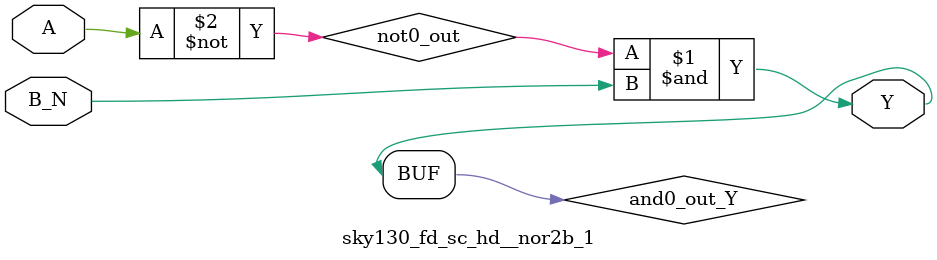
<source format=v>
/*
 * Copyright 2020 The SkyWater PDK Authors
 *
 * Licensed under the Apache License, Version 2.0 (the "License");
 * you may not use this file except in compliance with the License.
 * You may obtain a copy of the License at
 *
 *     https://www.apache.org/licenses/LICENSE-2.0
 *
 * Unless required by applicable law or agreed to in writing, software
 * distributed under the License is distributed on an "AS IS" BASIS,
 * WITHOUT WARRANTIES OR CONDITIONS OF ANY KIND, either express or implied.
 * See the License for the specific language governing permissions and
 * limitations under the License.
 *
 * SPDX-License-Identifier: Apache-2.0
*/


`ifndef SKY130_FD_SC_HD__NOR2B_1_FUNCTIONAL_V
`define SKY130_FD_SC_HD__NOR2B_1_FUNCTIONAL_V

/**
 * nor2b: 2-input NOR, first input inverted.
 *
 *        Y = !(A | B | C | !D)
 *
 * Verilog simulation functional model.
 */

`timescale 1ns / 1ps
`default_nettype none

`celldefine
module sky130_fd_sc_hd__nor2b_1 (
    Y  ,
    A  ,
    B_N
);

    // Module ports
    output Y  ;
    input  A  ;
    input  B_N;

    // Local signals
    wire not0_out  ;
    wire and0_out_Y;

    //  Name  Output      Other arguments
    not not0 (not0_out  , A              );
    and and0 (and0_out_Y, not0_out, B_N  );
    buf buf0 (Y         , and0_out_Y     );

endmodule
`endcelldefine

`default_nettype wire
`endif  // SKY130_FD_SC_HD__NOR2B_1_FUNCTIONAL_V

</source>
